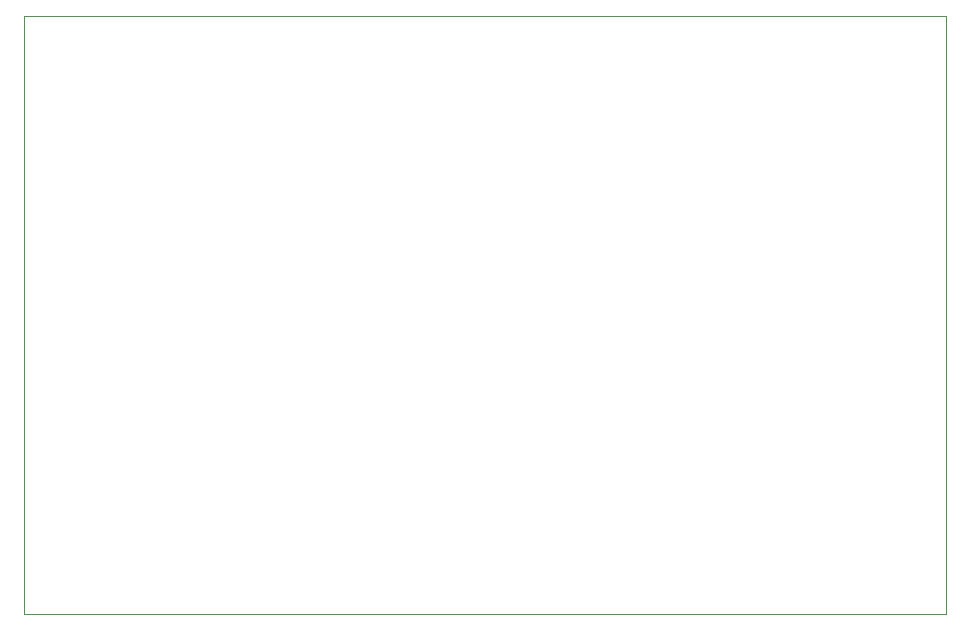
<source format=gbr>
%TF.GenerationSoftware,KiCad,Pcbnew,7.0.6*%
%TF.CreationDate,2023-07-22T15:37:15+02:00*%
%TF.ProjectId,Ctrl-MC Dsiplay Module PCB ver1,4374726c-2d4d-4432-9044-7369706c6179,rev?*%
%TF.SameCoordinates,Original*%
%TF.FileFunction,Profile,NP*%
%FSLAX46Y46*%
G04 Gerber Fmt 4.6, Leading zero omitted, Abs format (unit mm)*
G04 Created by KiCad (PCBNEW 7.0.6) date 2023-07-22 15:37:15*
%MOMM*%
%LPD*%
G01*
G04 APERTURE LIST*
%TA.AperFunction,Profile*%
%ADD10C,0.100000*%
%TD*%
G04 APERTURE END LIST*
D10*
X113395000Y-68047550D02*
X191444754Y-68047550D01*
X191444754Y-118745000D01*
X113395000Y-118745000D01*
X113395000Y-68047550D01*
M02*

</source>
